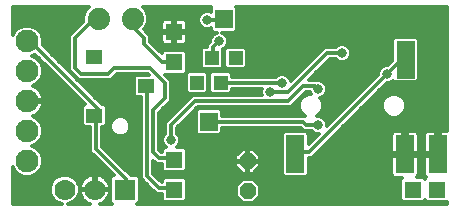
<source format=gbl>
G75*
%MOIN*%
%OFA0B0*%
%FSLAX25Y25*%
%IPPOS*%
%LPD*%
%AMOC8*
5,1,8,0,0,1.08239X$1,22.5*
%
%ADD10OC8,0.05200*%
%ADD11C,0.07000*%
%ADD12R,0.07000X0.07000*%
%ADD13R,0.05512X0.04724*%
%ADD14C,0.07400*%
%ADD15C,0.07600*%
%ADD16R,0.05543X0.05543*%
%ADD17R,0.05906X0.06299*%
%ADD18R,0.04724X0.04724*%
%ADD19R,0.06000X0.12500*%
%ADD20C,0.01200*%
%ADD21C,0.03150*%
D10*
X0082600Y0010600D03*
X0082600Y0020600D03*
D11*
X0031600Y0011100D03*
X0021600Y0011100D03*
D12*
X0041600Y0011100D03*
D13*
X0031439Y0035757D03*
X0048761Y0045600D03*
X0031439Y0055443D03*
D14*
X0032900Y0068100D03*
X0044300Y0068100D03*
D15*
X0009100Y0060600D03*
X0009100Y0050600D03*
X0009100Y0040600D03*
X0009100Y0030600D03*
X0009100Y0020600D03*
D16*
X0058100Y0021100D03*
X0058100Y0011100D03*
X0137600Y0011100D03*
X0145600Y0011100D03*
X0058100Y0053600D03*
X0058100Y0063600D03*
D17*
X0074600Y0068006D03*
X0069600Y0033694D03*
D18*
X0065663Y0046785D03*
X0073537Y0046785D03*
X0070663Y0054915D03*
X0078537Y0054915D03*
D19*
X0135191Y0054460D03*
X0135002Y0022850D03*
X0145924Y0022850D03*
X0098435Y0022850D03*
D20*
X0004250Y0018721D02*
X0004250Y0006250D01*
X0020505Y0006250D01*
X0018824Y0006946D01*
X0017446Y0008324D01*
X0016700Y0010125D01*
X0016700Y0012075D01*
X0017446Y0013876D01*
X0018824Y0015254D01*
X0020625Y0016000D01*
X0022575Y0016000D01*
X0024376Y0015254D01*
X0025754Y0013876D01*
X0026500Y0012075D01*
X0026500Y0010125D01*
X0025754Y0008324D01*
X0024376Y0006946D01*
X0022695Y0006250D01*
X0030023Y0006250D01*
X0029642Y0006374D01*
X0028927Y0006738D01*
X0028278Y0007210D01*
X0027710Y0007778D01*
X0027238Y0008427D01*
X0026874Y0009142D01*
X0026626Y0009906D01*
X0026500Y0010699D01*
X0026500Y0010814D01*
X0031314Y0010814D01*
X0031314Y0011386D01*
X0031314Y0016200D01*
X0031199Y0016200D01*
X0030406Y0016074D01*
X0029642Y0015826D01*
X0028927Y0015462D01*
X0028278Y0014990D01*
X0027710Y0014422D01*
X0027238Y0013773D01*
X0026874Y0013058D01*
X0026626Y0012294D01*
X0026500Y0011501D01*
X0026500Y0011386D01*
X0031314Y0011386D01*
X0031886Y0011386D01*
X0031886Y0016200D01*
X0032001Y0016200D01*
X0032794Y0016074D01*
X0033558Y0015826D01*
X0034273Y0015462D01*
X0034922Y0014990D01*
X0035490Y0014422D01*
X0035962Y0013773D01*
X0036326Y0013058D01*
X0036574Y0012294D01*
X0036700Y0011501D01*
X0036700Y0011386D01*
X0031886Y0011386D01*
X0031886Y0010814D01*
X0036700Y0010814D01*
X0036700Y0010699D01*
X0036574Y0009906D01*
X0036326Y0009142D01*
X0035962Y0008427D01*
X0035490Y0007778D01*
X0034922Y0007210D01*
X0034273Y0006738D01*
X0033558Y0006374D01*
X0033177Y0006250D01*
X0037470Y0006250D01*
X0036700Y0007020D01*
X0036700Y0015180D01*
X0037520Y0016000D01*
X0037872Y0016000D01*
X0030100Y0023772D01*
X0030100Y0031995D01*
X0028103Y0031995D01*
X0027283Y0032815D01*
X0027283Y0038700D01*
X0028103Y0039520D01*
X0028352Y0039520D01*
X0011787Y0056085D01*
X0010617Y0055600D01*
X0012046Y0055008D01*
X0013508Y0053546D01*
X0014300Y0051634D01*
X0014300Y0049566D01*
X0013508Y0047654D01*
X0012046Y0046192D01*
X0010867Y0045704D01*
X0011173Y0045604D01*
X0011930Y0045218D01*
X0012618Y0044719D01*
X0013219Y0044118D01*
X0013718Y0043430D01*
X0014104Y0042673D01*
X0014367Y0041865D01*
X0014500Y0041025D01*
X0014500Y0040984D01*
X0009484Y0040984D01*
X0009484Y0040216D01*
X0014500Y0040216D01*
X0014500Y0040175D01*
X0014367Y0039335D01*
X0014104Y0038527D01*
X0013718Y0037770D01*
X0013219Y0037082D01*
X0012618Y0036481D01*
X0011930Y0035982D01*
X0011173Y0035596D01*
X0010867Y0035496D01*
X0012046Y0035008D01*
X0013508Y0033546D01*
X0014300Y0031634D01*
X0014300Y0029566D01*
X0013508Y0027654D01*
X0012046Y0026192D01*
X0010617Y0025600D01*
X0012046Y0025008D01*
X0013508Y0023546D01*
X0014300Y0021634D01*
X0014300Y0019566D01*
X0013508Y0017654D01*
X0012046Y0016192D01*
X0010134Y0015400D01*
X0008066Y0015400D01*
X0006154Y0016192D01*
X0004692Y0017654D01*
X0004250Y0018721D01*
X0004250Y0017784D02*
X0004638Y0017784D01*
X0004250Y0016585D02*
X0005761Y0016585D01*
X0004250Y0015387D02*
X0019144Y0015387D01*
X0017758Y0014188D02*
X0004250Y0014188D01*
X0004250Y0012990D02*
X0017079Y0012990D01*
X0016700Y0011791D02*
X0004250Y0011791D01*
X0004250Y0010593D02*
X0016700Y0010593D01*
X0017003Y0009394D02*
X0004250Y0009394D01*
X0004250Y0008196D02*
X0017575Y0008196D01*
X0018773Y0006997D02*
X0004250Y0006997D01*
X0012439Y0016585D02*
X0037286Y0016585D01*
X0036907Y0015387D02*
X0034377Y0015387D01*
X0031886Y0015387D02*
X0031314Y0015387D01*
X0028823Y0015387D02*
X0024056Y0015387D01*
X0025442Y0014188D02*
X0027540Y0014188D01*
X0026852Y0012990D02*
X0026121Y0012990D01*
X0026500Y0011791D02*
X0026546Y0011791D01*
X0026500Y0010593D02*
X0026517Y0010593D01*
X0026792Y0009394D02*
X0026197Y0009394D01*
X0025625Y0008196D02*
X0027406Y0008196D01*
X0028571Y0006997D02*
X0024427Y0006997D01*
X0031314Y0011791D02*
X0031886Y0011791D01*
X0031886Y0012990D02*
X0031314Y0012990D01*
X0031314Y0014188D02*
X0031886Y0014188D01*
X0035660Y0014188D02*
X0036700Y0014188D01*
X0036700Y0012990D02*
X0036348Y0012990D01*
X0036654Y0011791D02*
X0036700Y0011791D01*
X0036683Y0010593D02*
X0036700Y0010593D01*
X0036700Y0009394D02*
X0036408Y0009394D01*
X0036700Y0008196D02*
X0035794Y0008196D01*
X0036723Y0006997D02*
X0034629Y0006997D01*
X0041600Y0011100D02*
X0042100Y0011600D01*
X0042100Y0014600D01*
X0032100Y0024600D01*
X0032100Y0035600D01*
X0031439Y0035757D01*
X0032100Y0035600D02*
X0033100Y0036600D01*
X0033100Y0037600D01*
X0012100Y0058600D01*
X0011100Y0058600D01*
X0009100Y0060600D01*
X0004250Y0062479D02*
X0004250Y0071950D01*
X0029538Y0071950D01*
X0028576Y0070989D01*
X0027800Y0069114D01*
X0027800Y0067128D01*
X0023100Y0062428D01*
X0023100Y0050772D01*
X0024272Y0049600D01*
X0026272Y0047600D01*
X0036928Y0047600D01*
X0038100Y0048772D01*
X0038928Y0049600D01*
X0049272Y0049600D01*
X0049509Y0049362D01*
X0045426Y0049362D01*
X0044606Y0048542D01*
X0044606Y0042658D01*
X0045426Y0041838D01*
X0047100Y0041838D01*
X0047100Y0014772D01*
X0051100Y0010772D01*
X0051100Y0010772D01*
X0052272Y0009600D01*
X0053928Y0009600D01*
X0053928Y0007748D01*
X0054748Y0006928D01*
X0061452Y0006928D01*
X0062272Y0007748D01*
X0062272Y0014452D01*
X0061452Y0015272D01*
X0054748Y0015272D01*
X0053928Y0014452D01*
X0053928Y0013600D01*
X0051100Y0016428D01*
X0051100Y0020772D01*
X0052272Y0019600D01*
X0053928Y0019600D01*
X0053928Y0017748D01*
X0054748Y0016928D01*
X0061452Y0016928D01*
X0062272Y0017748D01*
X0062272Y0024452D01*
X0061452Y0025272D01*
X0058979Y0025272D01*
X0059622Y0025915D01*
X0060075Y0027008D01*
X0060075Y0028192D01*
X0059622Y0029285D01*
X0059100Y0029807D01*
X0059100Y0031772D01*
X0065928Y0038600D01*
X0096928Y0038600D01*
X0101928Y0043600D01*
X0103294Y0043600D01*
X0103528Y0043035D01*
X0102954Y0043035D01*
X0101497Y0042431D01*
X0100383Y0041317D01*
X0099780Y0039861D01*
X0099780Y0038284D01*
X0100383Y0036828D01*
X0101497Y0035713D01*
X0101771Y0035600D01*
X0073953Y0035600D01*
X0073953Y0037424D01*
X0073133Y0038244D01*
X0066067Y0038244D01*
X0065247Y0037424D01*
X0065247Y0029965D01*
X0066067Y0029145D01*
X0073133Y0029145D01*
X0073953Y0029965D01*
X0073953Y0031600D01*
X0100272Y0031600D01*
X0101272Y0030600D01*
X0103893Y0030600D01*
X0104415Y0030078D01*
X0105508Y0029625D01*
X0106297Y0029625D01*
X0102835Y0026163D01*
X0102835Y0029680D01*
X0102015Y0030500D01*
X0094855Y0030500D01*
X0094035Y0029680D01*
X0094035Y0016020D01*
X0094855Y0015200D01*
X0102015Y0015200D01*
X0102835Y0016020D01*
X0102835Y0021600D01*
X0103928Y0021600D01*
X0128953Y0046625D01*
X0129692Y0046625D01*
X0130785Y0047078D01*
X0131064Y0047357D01*
X0131611Y0046810D01*
X0138770Y0046810D01*
X0139591Y0047630D01*
X0139591Y0061290D01*
X0138770Y0062110D01*
X0131611Y0062110D01*
X0130791Y0061290D01*
X0130791Y0054119D01*
X0129247Y0052575D01*
X0128508Y0052575D01*
X0127415Y0052122D01*
X0126578Y0051285D01*
X0126125Y0050192D01*
X0126125Y0049453D01*
X0109075Y0032403D01*
X0109075Y0033192D01*
X0108622Y0034285D01*
X0107785Y0035122D01*
X0106692Y0035575D01*
X0105652Y0035575D01*
X0105986Y0035713D01*
X0107101Y0036828D01*
X0107704Y0038284D01*
X0107704Y0039861D01*
X0107101Y0041317D01*
X0106763Y0041655D01*
X0107785Y0042078D01*
X0108622Y0042915D01*
X0109075Y0044008D01*
X0109075Y0045192D01*
X0108622Y0046285D01*
X0107785Y0047122D01*
X0106692Y0047575D01*
X0105953Y0047575D01*
X0105928Y0047600D01*
X0102928Y0047600D01*
X0109928Y0054600D01*
X0111893Y0054600D01*
X0112415Y0054078D01*
X0113508Y0053625D01*
X0114692Y0053625D01*
X0115785Y0054078D01*
X0116622Y0054915D01*
X0117075Y0056008D01*
X0117075Y0057192D01*
X0116622Y0058285D01*
X0115785Y0059122D01*
X0114692Y0059575D01*
X0113508Y0059575D01*
X0112415Y0059122D01*
X0111893Y0058600D01*
X0108272Y0058600D01*
X0097013Y0047341D01*
X0096622Y0048285D01*
X0095785Y0049122D01*
X0094692Y0049575D01*
X0093508Y0049575D01*
X0092415Y0049122D01*
X0091893Y0048600D01*
X0077299Y0048600D01*
X0077299Y0049727D01*
X0076479Y0050547D01*
X0070595Y0050547D01*
X0069775Y0049727D01*
X0069775Y0043843D01*
X0070595Y0043023D01*
X0076479Y0043023D01*
X0077299Y0043843D01*
X0077299Y0044600D01*
X0087294Y0044600D01*
X0087125Y0044192D01*
X0087125Y0043008D01*
X0087294Y0042600D01*
X0064272Y0042600D01*
X0063100Y0041428D01*
X0055100Y0033428D01*
X0055100Y0029807D01*
X0054578Y0029285D01*
X0054125Y0028192D01*
X0054125Y0027008D01*
X0054578Y0025915D01*
X0055221Y0025272D01*
X0054748Y0025272D01*
X0053928Y0024452D01*
X0053928Y0023600D01*
X0053100Y0024428D01*
X0053100Y0036772D01*
X0055928Y0039600D01*
X0057100Y0040772D01*
X0057100Y0047428D01*
X0055100Y0049428D01*
X0061452Y0049428D01*
X0062272Y0050248D01*
X0062272Y0056952D01*
X0061452Y0057772D01*
X0054748Y0057772D01*
X0053928Y0056952D01*
X0053928Y0056600D01*
X0050100Y0060428D01*
X0050100Y0062428D01*
X0047970Y0064558D01*
X0048624Y0065211D01*
X0049400Y0067086D01*
X0049400Y0069114D01*
X0048624Y0070989D01*
X0047662Y0071950D01*
X0070462Y0071950D01*
X0070247Y0071735D01*
X0070247Y0070345D01*
X0069692Y0070575D01*
X0068508Y0070575D01*
X0067415Y0070122D01*
X0066578Y0069285D01*
X0066125Y0068192D01*
X0066125Y0067008D01*
X0066578Y0065915D01*
X0067415Y0065078D01*
X0068508Y0064625D01*
X0069692Y0064625D01*
X0070247Y0064855D01*
X0070247Y0064276D01*
X0071067Y0063456D01*
X0072221Y0063456D01*
X0071415Y0063122D01*
X0070578Y0062285D01*
X0070125Y0061192D01*
X0070125Y0060453D01*
X0069100Y0059428D01*
X0069100Y0058677D01*
X0067721Y0058677D01*
X0066901Y0057857D01*
X0066901Y0051973D01*
X0067721Y0051153D01*
X0073605Y0051153D01*
X0074425Y0051973D01*
X0074425Y0057857D01*
X0074374Y0057908D01*
X0074785Y0058078D01*
X0075622Y0058915D01*
X0076075Y0060008D01*
X0076075Y0061192D01*
X0075622Y0062285D01*
X0074785Y0063122D01*
X0073979Y0063456D01*
X0078133Y0063456D01*
X0078953Y0064276D01*
X0078953Y0071735D01*
X0078738Y0071950D01*
X0148950Y0071950D01*
X0148950Y0030700D01*
X0146524Y0030700D01*
X0146524Y0023450D01*
X0145324Y0023450D01*
X0145324Y0030700D01*
X0142713Y0030700D01*
X0142306Y0030591D01*
X0141941Y0030380D01*
X0141643Y0030082D01*
X0141433Y0029718D01*
X0141324Y0029311D01*
X0141324Y0023450D01*
X0145324Y0023450D01*
X0145324Y0022250D01*
X0141324Y0022250D01*
X0141324Y0016389D01*
X0141433Y0015982D01*
X0141643Y0015618D01*
X0141941Y0015320D01*
X0142166Y0015190D01*
X0141600Y0014623D01*
X0140952Y0015272D01*
X0138901Y0015272D01*
X0138984Y0015320D01*
X0139282Y0015618D01*
X0139493Y0015982D01*
X0139602Y0016389D01*
X0139602Y0022250D01*
X0135602Y0022250D01*
X0135602Y0023450D01*
X0139602Y0023450D01*
X0139602Y0029311D01*
X0139493Y0029718D01*
X0139282Y0030082D01*
X0138984Y0030380D01*
X0138619Y0030591D01*
X0138212Y0030700D01*
X0135602Y0030700D01*
X0135602Y0023450D01*
X0134402Y0023450D01*
X0134402Y0030700D01*
X0131791Y0030700D01*
X0131384Y0030591D01*
X0131019Y0030380D01*
X0130721Y0030082D01*
X0130511Y0029718D01*
X0130402Y0029311D01*
X0130402Y0023450D01*
X0134402Y0023450D01*
X0134402Y0022250D01*
X0130402Y0022250D01*
X0130402Y0016389D01*
X0130511Y0015982D01*
X0130721Y0015618D01*
X0131019Y0015320D01*
X0131384Y0015109D01*
X0131791Y0015000D01*
X0133977Y0015000D01*
X0133428Y0014452D01*
X0133428Y0007748D01*
X0134248Y0006928D01*
X0140952Y0006928D01*
X0141600Y0007577D01*
X0142248Y0006928D01*
X0148950Y0006928D01*
X0148950Y0006250D01*
X0045730Y0006250D01*
X0046500Y0007020D01*
X0046500Y0015180D01*
X0045680Y0016000D01*
X0043528Y0016000D01*
X0042928Y0016600D01*
X0034100Y0025428D01*
X0034100Y0031995D01*
X0034774Y0031995D01*
X0035594Y0032815D01*
X0035594Y0038700D01*
X0034774Y0039520D01*
X0034009Y0039520D01*
X0033928Y0039600D01*
X0014201Y0059327D01*
X0014300Y0059566D01*
X0014300Y0061634D01*
X0013508Y0063546D01*
X0012046Y0065008D01*
X0010134Y0065800D01*
X0008066Y0065800D01*
X0006154Y0065008D01*
X0004692Y0063546D01*
X0004250Y0062479D01*
X0004250Y0063327D02*
X0004601Y0063327D01*
X0004250Y0064526D02*
X0005672Y0064526D01*
X0004250Y0065724D02*
X0007882Y0065724D01*
X0010318Y0065724D02*
X0026396Y0065724D01*
X0027594Y0066923D02*
X0004250Y0066923D01*
X0004250Y0068121D02*
X0027800Y0068121D01*
X0027885Y0069320D02*
X0004250Y0069320D01*
X0004250Y0070518D02*
X0028381Y0070518D01*
X0029304Y0071717D02*
X0004250Y0071717D01*
X0012528Y0064526D02*
X0025197Y0064526D01*
X0023999Y0063327D02*
X0013599Y0063327D01*
X0014095Y0062129D02*
X0023100Y0062129D01*
X0023100Y0060930D02*
X0014300Y0060930D01*
X0014300Y0059732D02*
X0023100Y0059732D01*
X0023100Y0058533D02*
X0014995Y0058533D01*
X0016194Y0057334D02*
X0023100Y0057334D01*
X0023100Y0056136D02*
X0017392Y0056136D01*
X0018591Y0054937D02*
X0023100Y0054937D01*
X0023100Y0053739D02*
X0019789Y0053739D01*
X0020988Y0052540D02*
X0023100Y0052540D01*
X0023100Y0051342D02*
X0022186Y0051342D01*
X0023385Y0050143D02*
X0023728Y0050143D01*
X0024583Y0048945D02*
X0024927Y0048945D01*
X0025782Y0047746D02*
X0026125Y0047746D01*
X0026981Y0046548D02*
X0044606Y0046548D01*
X0044606Y0047746D02*
X0037075Y0047746D01*
X0038273Y0048945D02*
X0045008Y0048945D01*
X0048761Y0045600D02*
X0049100Y0045600D01*
X0049100Y0015600D01*
X0053100Y0011600D01*
X0058100Y0011600D01*
X0058100Y0011100D01*
X0053928Y0009394D02*
X0046500Y0009394D01*
X0046500Y0010593D02*
X0051279Y0010593D01*
X0050080Y0011791D02*
X0046500Y0011791D01*
X0046500Y0012990D02*
X0048882Y0012990D01*
X0047683Y0014188D02*
X0046500Y0014188D01*
X0046293Y0015387D02*
X0047100Y0015387D01*
X0047100Y0016585D02*
X0042943Y0016585D01*
X0041745Y0017784D02*
X0047100Y0017784D01*
X0047100Y0018982D02*
X0040546Y0018982D01*
X0039348Y0020181D02*
X0047100Y0020181D01*
X0047100Y0021379D02*
X0038149Y0021379D01*
X0036951Y0022578D02*
X0047100Y0022578D01*
X0047100Y0023776D02*
X0035752Y0023776D01*
X0034554Y0024975D02*
X0047100Y0024975D01*
X0047100Y0026173D02*
X0034100Y0026173D01*
X0034100Y0027372D02*
X0047100Y0027372D01*
X0047100Y0028570D02*
X0034100Y0028570D01*
X0034100Y0029769D02*
X0037777Y0029769D01*
X0038190Y0029356D02*
X0037242Y0030304D01*
X0036728Y0031544D01*
X0036728Y0032885D01*
X0037242Y0034124D01*
X0038190Y0035073D01*
X0039429Y0035586D01*
X0040771Y0035586D01*
X0042010Y0035073D01*
X0042958Y0034124D01*
X0043472Y0032885D01*
X0043472Y0031544D01*
X0042958Y0030304D01*
X0042010Y0029356D01*
X0040771Y0028843D01*
X0039429Y0028843D01*
X0038190Y0029356D01*
X0036967Y0030967D02*
X0034100Y0030967D01*
X0034945Y0032166D02*
X0036728Y0032166D01*
X0036927Y0033364D02*
X0035594Y0033364D01*
X0035594Y0034563D02*
X0037680Y0034563D01*
X0035594Y0035761D02*
X0047100Y0035761D01*
X0047100Y0034563D02*
X0042520Y0034563D01*
X0043273Y0033364D02*
X0047100Y0033364D01*
X0047100Y0032166D02*
X0043472Y0032166D01*
X0043233Y0030967D02*
X0047100Y0030967D01*
X0047100Y0029769D02*
X0042423Y0029769D01*
X0053100Y0029769D02*
X0055061Y0029769D01*
X0055100Y0030967D02*
X0053100Y0030967D01*
X0053100Y0032166D02*
X0055100Y0032166D01*
X0055100Y0033364D02*
X0053100Y0033364D01*
X0053100Y0034563D02*
X0056234Y0034563D01*
X0057433Y0035761D02*
X0053100Y0035761D01*
X0053288Y0036960D02*
X0058631Y0036960D01*
X0059830Y0038158D02*
X0054487Y0038158D01*
X0055685Y0039357D02*
X0061028Y0039357D01*
X0062227Y0040555D02*
X0056884Y0040555D01*
X0057100Y0041754D02*
X0063425Y0041754D01*
X0065100Y0040600D02*
X0096100Y0040600D01*
X0101100Y0045600D01*
X0105100Y0045600D01*
X0106100Y0044600D01*
X0109010Y0045349D02*
X0122021Y0045349D01*
X0120822Y0044151D02*
X0109075Y0044151D01*
X0108638Y0042952D02*
X0119624Y0042952D01*
X0118425Y0041754D02*
X0107003Y0041754D01*
X0107416Y0040555D02*
X0117227Y0040555D01*
X0116028Y0039357D02*
X0107704Y0039357D01*
X0107652Y0038158D02*
X0114830Y0038158D01*
X0113631Y0036960D02*
X0107155Y0036960D01*
X0106034Y0035761D02*
X0112433Y0035761D01*
X0111234Y0034563D02*
X0108344Y0034563D01*
X0109004Y0033364D02*
X0110036Y0033364D01*
X0106100Y0032600D02*
X0102100Y0032600D01*
X0101100Y0033600D01*
X0070100Y0033600D01*
X0069600Y0033694D01*
X0065247Y0033364D02*
X0060693Y0033364D01*
X0059494Y0032166D02*
X0065247Y0032166D01*
X0065247Y0030967D02*
X0059100Y0030967D01*
X0059139Y0029769D02*
X0065443Y0029769D01*
X0060075Y0027372D02*
X0094035Y0027372D01*
X0094035Y0028570D02*
X0059918Y0028570D01*
X0057100Y0027600D02*
X0057100Y0032600D01*
X0065100Y0040600D01*
X0065487Y0038158D02*
X0065982Y0038158D01*
X0065247Y0036960D02*
X0064288Y0036960D01*
X0065247Y0035761D02*
X0063090Y0035761D01*
X0061891Y0034563D02*
X0065247Y0034563D01*
X0073218Y0038158D02*
X0099832Y0038158D01*
X0099780Y0039357D02*
X0097685Y0039357D01*
X0098884Y0040555D02*
X0100067Y0040555D01*
X0100082Y0041754D02*
X0100820Y0041754D01*
X0101281Y0042952D02*
X0102755Y0042952D01*
X0108359Y0046548D02*
X0123219Y0046548D01*
X0124418Y0047746D02*
X0103075Y0047746D01*
X0104273Y0048945D02*
X0125617Y0048945D01*
X0126125Y0050143D02*
X0105472Y0050143D01*
X0106670Y0051342D02*
X0126635Y0051342D01*
X0128425Y0052540D02*
X0107869Y0052540D01*
X0109067Y0053739D02*
X0113233Y0053739D01*
X0114967Y0053739D02*
X0130411Y0053739D01*
X0133100Y0053600D02*
X0135100Y0053600D01*
X0135191Y0054460D01*
X0133100Y0053600D02*
X0129100Y0049600D01*
X0103100Y0023600D01*
X0099100Y0023600D01*
X0098435Y0022850D01*
X0094035Y0022578D02*
X0086562Y0022578D01*
X0086800Y0022340D02*
X0084340Y0024800D01*
X0082800Y0024800D01*
X0082800Y0020800D01*
X0082400Y0020800D01*
X0082400Y0024800D01*
X0080860Y0024800D01*
X0078400Y0022340D01*
X0078400Y0020800D01*
X0082400Y0020800D01*
X0082400Y0020400D01*
X0078400Y0020400D01*
X0078400Y0018860D01*
X0080860Y0016400D01*
X0082400Y0016400D01*
X0082400Y0020400D01*
X0082800Y0020400D01*
X0082800Y0020800D01*
X0086800Y0020800D01*
X0086800Y0022340D01*
X0086800Y0021379D02*
X0094035Y0021379D01*
X0094035Y0020181D02*
X0086800Y0020181D01*
X0086800Y0020400D02*
X0086800Y0018860D01*
X0084340Y0016400D01*
X0082800Y0016400D01*
X0082800Y0020400D01*
X0086800Y0020400D01*
X0086800Y0018982D02*
X0094035Y0018982D01*
X0094035Y0017784D02*
X0085723Y0017784D01*
X0084525Y0016585D02*
X0094035Y0016585D01*
X0094668Y0015387D02*
X0052142Y0015387D01*
X0051100Y0016585D02*
X0080675Y0016585D01*
X0082400Y0016585D02*
X0082800Y0016585D01*
X0082800Y0017784D02*
X0082400Y0017784D01*
X0082400Y0018982D02*
X0082800Y0018982D01*
X0082800Y0020181D02*
X0082400Y0020181D01*
X0082400Y0021379D02*
X0082800Y0021379D01*
X0082800Y0022578D02*
X0082400Y0022578D01*
X0082400Y0023776D02*
X0082800Y0023776D01*
X0085363Y0023776D02*
X0094035Y0023776D01*
X0094035Y0024975D02*
X0061748Y0024975D01*
X0062272Y0023776D02*
X0079836Y0023776D01*
X0078638Y0022578D02*
X0062272Y0022578D01*
X0062272Y0021379D02*
X0078400Y0021379D01*
X0078400Y0020181D02*
X0062272Y0020181D01*
X0062272Y0018982D02*
X0078400Y0018982D01*
X0079477Y0017784D02*
X0062272Y0017784D01*
X0058100Y0021100D02*
X0058100Y0021600D01*
X0053100Y0021600D01*
X0051100Y0023600D01*
X0051100Y0037600D01*
X0055100Y0041600D01*
X0055100Y0046600D01*
X0050100Y0051600D01*
X0038100Y0051600D01*
X0036100Y0049600D01*
X0027100Y0049600D01*
X0025100Y0051600D01*
X0025100Y0061600D01*
X0032100Y0068600D01*
X0032900Y0068100D01*
X0044300Y0068100D02*
X0045100Y0067600D01*
X0045100Y0064600D01*
X0048100Y0061600D01*
X0048100Y0059600D01*
X0054100Y0053600D01*
X0058100Y0053600D01*
X0062272Y0053739D02*
X0066901Y0053739D01*
X0066901Y0052540D02*
X0062272Y0052540D01*
X0062272Y0051342D02*
X0067532Y0051342D01*
X0068605Y0050547D02*
X0069425Y0049727D01*
X0069425Y0043843D01*
X0068605Y0043023D01*
X0062721Y0043023D01*
X0061901Y0043843D01*
X0061901Y0049727D01*
X0062721Y0050547D01*
X0068605Y0050547D01*
X0069009Y0050143D02*
X0070191Y0050143D01*
X0069775Y0048945D02*
X0069425Y0048945D01*
X0069425Y0047746D02*
X0069775Y0047746D01*
X0069775Y0046548D02*
X0069425Y0046548D01*
X0069425Y0045349D02*
X0069775Y0045349D01*
X0069775Y0044151D02*
X0069425Y0044151D01*
X0073537Y0046785D02*
X0074100Y0046600D01*
X0094100Y0046600D01*
X0096845Y0047746D02*
X0097418Y0047746D01*
X0098617Y0048945D02*
X0095962Y0048945D01*
X0092238Y0048945D02*
X0077299Y0048945D01*
X0076883Y0050143D02*
X0099815Y0050143D01*
X0101014Y0051342D02*
X0081668Y0051342D01*
X0081479Y0051153D02*
X0082299Y0051973D01*
X0082299Y0057857D01*
X0081479Y0058677D01*
X0075595Y0058677D01*
X0074775Y0057857D01*
X0074775Y0051973D01*
X0075595Y0051153D01*
X0081479Y0051153D01*
X0082299Y0052540D02*
X0102212Y0052540D01*
X0103411Y0053739D02*
X0082299Y0053739D01*
X0082299Y0054937D02*
X0104609Y0054937D01*
X0105808Y0056136D02*
X0082299Y0056136D01*
X0082299Y0057334D02*
X0107006Y0057334D01*
X0108205Y0058533D02*
X0081623Y0058533D01*
X0075960Y0059732D02*
X0130791Y0059732D01*
X0130791Y0058533D02*
X0116374Y0058533D01*
X0117016Y0057334D02*
X0130791Y0057334D01*
X0130791Y0056136D02*
X0117075Y0056136D01*
X0116631Y0054937D02*
X0130791Y0054937D01*
X0139591Y0054937D02*
X0148950Y0054937D01*
X0148950Y0056136D02*
X0139591Y0056136D01*
X0139591Y0057334D02*
X0148950Y0057334D01*
X0148950Y0058533D02*
X0139591Y0058533D01*
X0139591Y0059732D02*
X0148950Y0059732D01*
X0148950Y0060930D02*
X0139591Y0060930D01*
X0130791Y0060930D02*
X0076075Y0060930D01*
X0075687Y0062129D02*
X0148950Y0062129D01*
X0148950Y0063327D02*
X0074290Y0063327D01*
X0071910Y0063327D02*
X0058386Y0063327D01*
X0058386Y0063314D02*
X0058386Y0063886D01*
X0057814Y0063886D01*
X0057814Y0067972D01*
X0055118Y0067972D01*
X0054711Y0067863D01*
X0054346Y0067652D01*
X0054048Y0067354D01*
X0053837Y0066989D01*
X0053728Y0066582D01*
X0053728Y0063886D01*
X0057814Y0063886D01*
X0057814Y0063314D01*
X0053728Y0063314D01*
X0053728Y0060618D01*
X0053837Y0060211D01*
X0054048Y0059846D01*
X0054346Y0059548D01*
X0054711Y0059337D01*
X0055118Y0059228D01*
X0057814Y0059228D01*
X0057814Y0063314D01*
X0058386Y0063314D01*
X0062472Y0063314D01*
X0062472Y0060618D01*
X0062363Y0060211D01*
X0062152Y0059846D01*
X0061854Y0059548D01*
X0061489Y0059337D01*
X0061082Y0059228D01*
X0058386Y0059228D01*
X0058386Y0063314D01*
X0058386Y0063886D02*
X0062472Y0063886D01*
X0062472Y0066582D01*
X0062363Y0066989D01*
X0062152Y0067354D01*
X0061854Y0067652D01*
X0061489Y0067863D01*
X0061082Y0067972D01*
X0058386Y0067972D01*
X0058386Y0063886D01*
X0058386Y0064526D02*
X0057814Y0064526D01*
X0057814Y0063327D02*
X0049201Y0063327D01*
X0048003Y0064526D02*
X0053728Y0064526D01*
X0053728Y0065724D02*
X0048836Y0065724D01*
X0049332Y0066923D02*
X0053820Y0066923D01*
X0057814Y0066923D02*
X0058386Y0066923D01*
X0058386Y0065724D02*
X0057814Y0065724D01*
X0062472Y0065724D02*
X0066769Y0065724D01*
X0066160Y0066923D02*
X0062380Y0066923D01*
X0066125Y0068121D02*
X0049400Y0068121D01*
X0049315Y0069320D02*
X0066612Y0069320D01*
X0068371Y0070518D02*
X0048819Y0070518D01*
X0047896Y0071717D02*
X0070247Y0071717D01*
X0070247Y0070518D02*
X0069829Y0070518D01*
X0069100Y0067600D02*
X0074100Y0067600D01*
X0074600Y0068006D01*
X0078953Y0068121D02*
X0148950Y0068121D01*
X0148950Y0066923D02*
X0078953Y0066923D01*
X0078953Y0065724D02*
X0148950Y0065724D01*
X0148950Y0064526D02*
X0078953Y0064526D01*
X0073100Y0060600D02*
X0071100Y0058600D01*
X0071100Y0055600D01*
X0070663Y0054915D01*
X0074425Y0054937D02*
X0074775Y0054937D01*
X0074775Y0056136D02*
X0074425Y0056136D01*
X0074425Y0057334D02*
X0074775Y0057334D01*
X0075240Y0058533D02*
X0075451Y0058533D01*
X0070125Y0060930D02*
X0062472Y0060930D01*
X0062472Y0062129D02*
X0070513Y0062129D01*
X0070247Y0064526D02*
X0062472Y0064526D01*
X0058386Y0062129D02*
X0057814Y0062129D01*
X0057814Y0060930D02*
X0058386Y0060930D01*
X0058386Y0059732D02*
X0057814Y0059732D01*
X0054162Y0059732D02*
X0050797Y0059732D01*
X0051995Y0058533D02*
X0067577Y0058533D01*
X0066901Y0057334D02*
X0061889Y0057334D01*
X0062272Y0056136D02*
X0066901Y0056136D01*
X0066901Y0054937D02*
X0062272Y0054937D01*
X0062038Y0059732D02*
X0069403Y0059732D01*
X0074425Y0053739D02*
X0074775Y0053739D01*
X0074775Y0052540D02*
X0074425Y0052540D01*
X0073794Y0051342D02*
X0075406Y0051342D01*
X0077299Y0044151D02*
X0087125Y0044151D01*
X0087148Y0042952D02*
X0057100Y0042952D01*
X0057100Y0044151D02*
X0061901Y0044151D01*
X0061901Y0045349D02*
X0057100Y0045349D01*
X0057100Y0046548D02*
X0061901Y0046548D01*
X0061901Y0047746D02*
X0056782Y0047746D01*
X0055583Y0048945D02*
X0061901Y0048945D01*
X0062167Y0050143D02*
X0062317Y0050143D01*
X0054311Y0057334D02*
X0053194Y0057334D01*
X0053728Y0060930D02*
X0050100Y0060930D01*
X0050100Y0062129D02*
X0053728Y0062129D01*
X0078953Y0069320D02*
X0148950Y0069320D01*
X0148950Y0070518D02*
X0078953Y0070518D01*
X0078953Y0071717D02*
X0148950Y0071717D01*
X0114100Y0056600D02*
X0109100Y0056600D01*
X0096100Y0043600D01*
X0090100Y0043600D01*
X0100328Y0036960D02*
X0073953Y0036960D01*
X0073953Y0035761D02*
X0101449Y0035761D01*
X0100904Y0030967D02*
X0073953Y0030967D01*
X0073757Y0029769D02*
X0094123Y0029769D01*
X0094035Y0026173D02*
X0059729Y0026173D01*
X0054471Y0026173D02*
X0053100Y0026173D01*
X0053100Y0027372D02*
X0054125Y0027372D01*
X0054282Y0028570D02*
X0053100Y0028570D01*
X0053100Y0024975D02*
X0054451Y0024975D01*
X0053928Y0023776D02*
X0053752Y0023776D01*
X0051691Y0020181D02*
X0051100Y0020181D01*
X0051100Y0018982D02*
X0053928Y0018982D01*
X0053928Y0017784D02*
X0051100Y0017784D01*
X0053340Y0014188D02*
X0053928Y0014188D01*
X0062272Y0014188D02*
X0080531Y0014188D01*
X0080943Y0014600D02*
X0078600Y0012257D01*
X0078600Y0008943D01*
X0080943Y0006600D01*
X0084257Y0006600D01*
X0086600Y0008943D01*
X0086600Y0012257D01*
X0084257Y0014600D01*
X0080943Y0014600D01*
X0079333Y0012990D02*
X0062272Y0012990D01*
X0062272Y0011791D02*
X0078600Y0011791D01*
X0078600Y0010593D02*
X0062272Y0010593D01*
X0062272Y0009394D02*
X0078600Y0009394D01*
X0079348Y0008196D02*
X0062272Y0008196D01*
X0061520Y0006997D02*
X0080546Y0006997D01*
X0084654Y0006997D02*
X0134180Y0006997D01*
X0133428Y0008196D02*
X0085852Y0008196D01*
X0086600Y0009394D02*
X0133428Y0009394D01*
X0133428Y0010593D02*
X0086600Y0010593D01*
X0086600Y0011791D02*
X0133428Y0011791D01*
X0133428Y0012990D02*
X0085867Y0012990D01*
X0084669Y0014188D02*
X0133428Y0014188D01*
X0130952Y0015387D02*
X0102201Y0015387D01*
X0102835Y0016585D02*
X0130402Y0016585D01*
X0130402Y0017784D02*
X0102835Y0017784D01*
X0102835Y0018982D02*
X0130402Y0018982D01*
X0130402Y0020181D02*
X0102835Y0020181D01*
X0102835Y0021379D02*
X0130402Y0021379D01*
X0134402Y0022578D02*
X0104906Y0022578D01*
X0106105Y0023776D02*
X0130402Y0023776D01*
X0130402Y0024975D02*
X0107303Y0024975D01*
X0108502Y0026173D02*
X0130402Y0026173D01*
X0130402Y0027372D02*
X0109700Y0027372D01*
X0110899Y0028570D02*
X0130402Y0028570D01*
X0130540Y0029769D02*
X0112097Y0029769D01*
X0113296Y0030967D02*
X0148950Y0030967D01*
X0148950Y0032166D02*
X0114494Y0032166D01*
X0115693Y0033364D02*
X0148950Y0033364D01*
X0148950Y0034563D02*
X0116891Y0034563D01*
X0118090Y0035761D02*
X0129009Y0035761D01*
X0129056Y0035713D02*
X0130513Y0035110D01*
X0132089Y0035110D01*
X0133545Y0035713D01*
X0134660Y0036828D01*
X0135263Y0038284D01*
X0135263Y0039861D01*
X0134660Y0041317D01*
X0133545Y0042431D01*
X0132089Y0043035D01*
X0130513Y0043035D01*
X0129056Y0042431D01*
X0127942Y0041317D01*
X0127339Y0039861D01*
X0127339Y0038284D01*
X0127942Y0036828D01*
X0129056Y0035713D01*
X0127887Y0036960D02*
X0119288Y0036960D01*
X0120487Y0038158D02*
X0127391Y0038158D01*
X0127339Y0039357D02*
X0121685Y0039357D01*
X0122884Y0040555D02*
X0127626Y0040555D01*
X0128379Y0041754D02*
X0124082Y0041754D01*
X0125281Y0042952D02*
X0130314Y0042952D01*
X0132288Y0042952D02*
X0148950Y0042952D01*
X0148950Y0044151D02*
X0126479Y0044151D01*
X0127678Y0045349D02*
X0148950Y0045349D01*
X0148950Y0046548D02*
X0128876Y0046548D01*
X0134223Y0041754D02*
X0148950Y0041754D01*
X0148950Y0040555D02*
X0134975Y0040555D01*
X0135263Y0039357D02*
X0148950Y0039357D01*
X0148950Y0038158D02*
X0135211Y0038158D01*
X0134714Y0036960D02*
X0148950Y0036960D01*
X0148950Y0035761D02*
X0133593Y0035761D01*
X0134402Y0029769D02*
X0135602Y0029769D01*
X0135602Y0028570D02*
X0134402Y0028570D01*
X0134402Y0027372D02*
X0135602Y0027372D01*
X0135602Y0026173D02*
X0134402Y0026173D01*
X0134402Y0024975D02*
X0135602Y0024975D01*
X0135602Y0023776D02*
X0134402Y0023776D01*
X0135602Y0022578D02*
X0145324Y0022578D01*
X0145324Y0023776D02*
X0146524Y0023776D01*
X0146524Y0024975D02*
X0145324Y0024975D01*
X0145324Y0026173D02*
X0146524Y0026173D01*
X0146524Y0027372D02*
X0145324Y0027372D01*
X0145324Y0028570D02*
X0146524Y0028570D01*
X0146524Y0029769D02*
X0145324Y0029769D01*
X0141462Y0029769D02*
X0139463Y0029769D01*
X0139602Y0028570D02*
X0141324Y0028570D01*
X0141324Y0027372D02*
X0139602Y0027372D01*
X0139602Y0026173D02*
X0141324Y0026173D01*
X0141324Y0024975D02*
X0139602Y0024975D01*
X0139602Y0023776D02*
X0141324Y0023776D01*
X0141324Y0021379D02*
X0139602Y0021379D01*
X0139602Y0020181D02*
X0141324Y0020181D01*
X0141324Y0018982D02*
X0139602Y0018982D01*
X0139602Y0017784D02*
X0141324Y0017784D01*
X0141324Y0016585D02*
X0139602Y0016585D01*
X0139051Y0015387D02*
X0141874Y0015387D01*
X0142180Y0006997D02*
X0141020Y0006997D01*
X0102845Y0026173D02*
X0102835Y0026173D01*
X0102835Y0027372D02*
X0104043Y0027372D01*
X0105242Y0028570D02*
X0102835Y0028570D01*
X0102746Y0029769D02*
X0105161Y0029769D01*
X0139591Y0047746D02*
X0148950Y0047746D01*
X0148950Y0048945D02*
X0139591Y0048945D01*
X0139591Y0050143D02*
X0148950Y0050143D01*
X0148950Y0051342D02*
X0139591Y0051342D01*
X0139591Y0052540D02*
X0148950Y0052540D01*
X0148950Y0053739D02*
X0139591Y0053739D01*
X0053928Y0008196D02*
X0046500Y0008196D01*
X0046477Y0006997D02*
X0054680Y0006997D01*
X0036088Y0017784D02*
X0013562Y0017784D01*
X0014058Y0018982D02*
X0034889Y0018982D01*
X0033691Y0020181D02*
X0014300Y0020181D01*
X0014300Y0021379D02*
X0032492Y0021379D01*
X0031294Y0022578D02*
X0013909Y0022578D01*
X0013278Y0023776D02*
X0030100Y0023776D01*
X0030100Y0024975D02*
X0012079Y0024975D01*
X0012001Y0026173D02*
X0030100Y0026173D01*
X0030100Y0027372D02*
X0013226Y0027372D01*
X0013888Y0028570D02*
X0030100Y0028570D01*
X0030100Y0029769D02*
X0014300Y0029769D01*
X0014300Y0030967D02*
X0030100Y0030967D01*
X0027932Y0032166D02*
X0014080Y0032166D01*
X0013583Y0033364D02*
X0027283Y0033364D01*
X0027283Y0034563D02*
X0012491Y0034563D01*
X0011498Y0035761D02*
X0027283Y0035761D01*
X0027283Y0036960D02*
X0013097Y0036960D01*
X0013916Y0038158D02*
X0027283Y0038158D01*
X0027940Y0039357D02*
X0014370Y0039357D01*
X0014385Y0041754D02*
X0026118Y0041754D01*
X0027316Y0040555D02*
X0009484Y0040555D01*
X0013962Y0042952D02*
X0024919Y0042952D01*
X0023721Y0044151D02*
X0013186Y0044151D01*
X0011673Y0045349D02*
X0022522Y0045349D01*
X0021324Y0046548D02*
X0012402Y0046548D01*
X0013546Y0047746D02*
X0020125Y0047746D01*
X0018927Y0048945D02*
X0014043Y0048945D01*
X0014300Y0050143D02*
X0017728Y0050143D01*
X0016530Y0051342D02*
X0014300Y0051342D01*
X0013925Y0052540D02*
X0015331Y0052540D01*
X0014133Y0053739D02*
X0013315Y0053739D01*
X0012934Y0054937D02*
X0012116Y0054937D01*
X0028179Y0045349D02*
X0044606Y0045349D01*
X0044606Y0044151D02*
X0029378Y0044151D01*
X0030576Y0042952D02*
X0044606Y0042952D01*
X0047100Y0041754D02*
X0031775Y0041754D01*
X0032973Y0040555D02*
X0047100Y0040555D01*
X0047100Y0039357D02*
X0034937Y0039357D01*
X0035594Y0038158D02*
X0047100Y0038158D01*
X0047100Y0036960D02*
X0035594Y0036960D01*
D21*
X0057100Y0027600D03*
X0090100Y0043600D03*
X0094100Y0046600D03*
X0106100Y0044600D03*
X0106100Y0032600D03*
X0129100Y0049600D03*
X0114100Y0056600D03*
X0073100Y0060600D03*
X0069100Y0067600D03*
M02*

</source>
